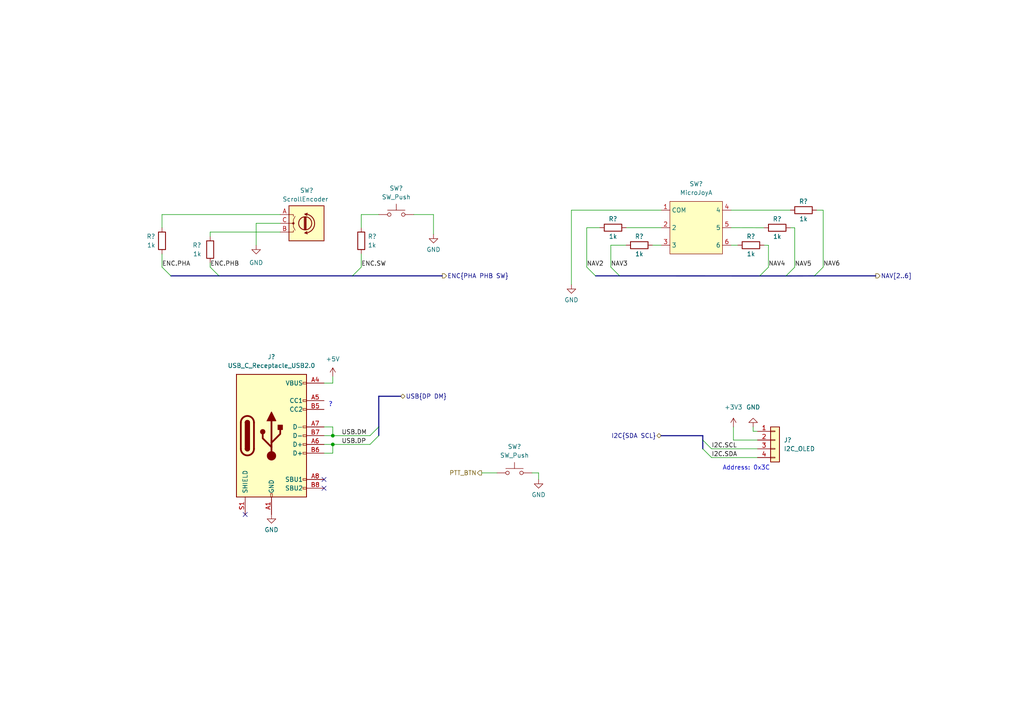
<source format=kicad_sch>
(kicad_sch (version 20211123) (generator eeschema)
  (paper "A4")
  (lib_symbols
    (symbol "Connector:USB_C_Receptacle_USB2.0" (pin_names (offset 1.016))
      (property "Reference" "J" (at -10.16 19.05 0))
      (property "Value" "USB_C_Receptacle_USB2.0" (at 19.05 19.05 0))
      (symbol "USB_C_Receptacle_USB2.0_0_0"
        (rectangle (start -0.254 -17.78) (end 0.254 -16.764))
        (rectangle (start 10.16 -14.986) (end 9.144 -15.494))
        (rectangle (start 10.16 -12.446) (end 9.144 -12.954))
        (rectangle (start 10.16 -4.826) (end 9.144 -5.334))
        (rectangle (start 10.16 -2.286) (end 9.144 -2.794))
        (rectangle (start 10.16 0.254) (end 9.144 -0.254))
        (rectangle (start 10.16 2.794) (end 9.144 2.286))
        (rectangle (start 10.16 7.874) (end 9.144 7.366))
        (rectangle (start 10.16 10.414) (end 9.144 9.906))
        (rectangle (start 10.16 15.494) (end 9.144 14.986))
      )
      (symbol "USB_C_Receptacle_USB2.0_0_1"
        (rectangle (start -10.16 17.78) (end 10.16 -17.78) (stroke (width 0.254)) (fill (type background)))
        (arc (start -8.89 -3.81) (mid -6.985 -5.715) (end -5.08 -3.81) (stroke (width 0.508)))
        (arc (start -7.62 -3.81) (mid -6.985 -4.445) (end -6.35 -3.81) (stroke (width 0.254)))
        (arc (start -7.62 -3.81) (mid -6.985 -4.445) (end -6.35 -3.81) (stroke (width 0.254)) (fill (type outline)))
        (rectangle (start -7.62 -3.81) (end -6.35 3.81) (stroke (width 0.254)) (fill (type outline)))
        (arc (start -6.35 3.81) (mid -6.985 4.445) (end -7.62 3.81) (stroke (width 0.254)))
        (arc (start -6.35 3.81) (mid -6.985 4.445) (end -7.62 3.81) (stroke (width 0.254)) (fill (type outline)))
        (arc (start -5.08 3.81) (mid -6.985 5.715) (end -8.89 3.81) (stroke (width 0.508)))
        (circle (center -2.54 1.143) (radius 0.635) (stroke (width 0.254)) (fill (type outline)))
        (circle (center 0 -5.842) (radius 1.27) (fill (type outline)))
        (polyline (pts (xy -8.89 -3.81) (xy -8.89 3.81)) (stroke (width 0.508)))
        (polyline (pts (xy -5.08 3.81) (xy -5.08 -3.81)) (stroke (width 0.508)))
        (polyline (pts (xy 0 -5.842) (xy 0 4.318)) (stroke (width 0.508)))
        (polyline (pts (xy 0 -3.302) (xy -2.54 -0.762) (xy -2.54 0.508)) (stroke (width 0.508)))
        (polyline (pts (xy 0 -2.032) (xy 2.54 0.508) (xy 2.54 1.778)) (stroke (width 0.508)))
        (polyline (pts (xy -1.27 4.318) (xy 0 6.858) (xy 1.27 4.318) (xy -1.27 4.318)) (stroke (width 0.254)) (fill (type outline)))
        (rectangle (start 1.905 1.778) (end 3.175 3.048) (stroke (width 0.254)) (fill (type outline)))
      )
      (symbol "USB_C_Receptacle_USB2.0_1_1"
        (pin passive line (at 0 -22.86 90) (length 5.08) (name "GND") (number "A1"))
        (pin passive line (at 0 -22.86 90) (length 5.08) hide (name "GND") (number "A12"))
        (pin passive line (at 15.24 15.24 180) (length 5.08) (name "VBUS") (number "A4"))
        (pin bidirectional line (at 15.24 10.16 180) (length 5.08) (name "CC1") (number "A5"))
        (pin bidirectional line (at 15.24 -2.54 180) (length 5.08) (name "D+") (number "A6"))
        (pin bidirectional line (at 15.24 2.54 180) (length 5.08) (name "D-") (number "A7"))
        (pin bidirectional line (at 15.24 -12.7 180) (length 5.08) (name "SBU1") (number "A8"))
        (pin passive line (at 15.24 15.24 180) (length 5.08) hide (name "VBUS") (number "A9"))
        (pin passive line (at 0 -22.86 90) (length 5.08) hide (name "GND") (number "B1"))
        (pin passive line (at 0 -22.86 90) (length 5.08) hide (name "GND") (number "B12"))
        (pin passive line (at 15.24 15.24 180) (length 5.08) hide (name "VBUS") (number "B4"))
        (pin bidirectional line (at 15.24 7.62 180) (length 5.08) (name "CC2") (number "B5"))
        (pin bidirectional line (at 15.24 -5.08 180) (length 5.08) (name "D+") (number "B6"))
        (pin bidirectional line (at 15.24 0 180) (length 5.08) (name "D-") (number "B7"))
        (pin bidirectional line (at 15.24 -15.24 180) (length 5.08) (name "SBU2") (number "B8"))
        (pin passive line (at 15.24 15.24 180) (length 5.08) hide (name "VBUS") (number "B9"))
        (pin passive line (at -7.62 -22.86 90) (length 5.08) (name "SHIELD") (number "S1"))
      )
    )
    (symbol "Connector_Generic:Conn_01x04" (pin_names (offset 1.016) hide)
      (property "Reference" "J" (at 0 5.08 0))
      (property "Value" "Conn_01x04" (at 0 -7.62 0))
      (symbol "Conn_01x04_1_1"
        (rectangle (start -1.27 -4.953) (end 0 -5.207) (stroke (width 0.1524)))
        (rectangle (start -1.27 -2.413) (end 0 -2.667) (stroke (width 0.1524)))
        (rectangle (start -1.27 0.127) (end 0 -0.127) (stroke (width 0.1524)))
        (rectangle (start -1.27 2.667) (end 0 2.413) (stroke (width 0.1524)))
        (rectangle (start -1.27 3.81) (end 1.27 -6.35) (stroke (width 0.254)) (fill (type background)))
        (pin passive line (at -5.08 2.54 0) (length 3.81) (name "Pin_1") (number "1"))
        (pin passive line (at -5.08 0 0) (length 3.81) (name "Pin_2") (number "2"))
        (pin passive line (at -5.08 -2.54 0) (length 3.81) (name "Pin_3") (number "3"))
        (pin passive line (at -5.08 -5.08 0) (length 3.81) (name "Pin_4") (number "4"))
      )
    )
    (symbol "Device:R" (pin_numbers hide) (pin_names (offset 0))
      (property "Reference" "R" (at 2.032 0 90))
      (property "Value" "R" (at 0 0 90))
      (symbol "R_0_1"
        (rectangle (start -1.016 -2.54) (end 1.016 2.54) (stroke (width 0.254)))
      )
      (symbol "R_1_1"
        (pin passive line (at 0 3.81 270) (length 1.27) (name "~") (number "1"))
        (pin passive line (at 0 -3.81 90) (length 1.27) (name "~") (number "2"))
      )
    )
    (symbol "Device:RotaryEncoder" (pin_names (offset 0.254) hide)
      (property "Reference" "SW" (at 0 6.604 0))
      (property "Value" "RotaryEncoder" (at 0 -6.604 0))
      (symbol "RotaryEncoder_0_1"
        (rectangle (start -5.08 5.08) (end 5.08 -5.08) (stroke (width 0.254)) (fill (type background)))
        (circle (center -3.81 0) (radius 0.254) (fill (type outline)))
        (arc (start -0.381 -2.794) (mid 2.3622 -0.0635) (end -0.381 2.667) (stroke (width 0.254)))
        (circle (center -0.381 0) (radius 1.905) (stroke (width 0.254)))
        (polyline (pts (xy -0.635 -1.778) (xy -0.635 1.778)) (stroke (width 0.254)))
        (polyline (pts (xy -0.381 -1.778) (xy -0.381 1.778)) (stroke (width 0.254)))
        (polyline (pts (xy -0.127 1.778) (xy -0.127 -1.778)) (stroke (width 0.254)))
        (polyline (pts (xy -5.08 -2.54) (xy -3.81 -2.54) (xy -3.81 -2.032)))
        (polyline (pts (xy -5.08 2.54) (xy -3.81 2.54) (xy -3.81 2.032)))
        (polyline (pts (xy 0.254 -3.048) (xy -0.508 -2.794) (xy 0.127 -2.413)) (stroke (width 0.254)))
        (polyline (pts (xy 0.254 2.921) (xy -0.508 2.667) (xy 0.127 2.286)) (stroke (width 0.254)))
        (polyline (pts (xy -5.08 0) (xy -3.81 0) (xy -3.81 -1.016) (xy -3.302 -2.032)))
        (polyline (pts (xy -4.318 0) (xy -3.81 0) (xy -3.81 1.016) (xy -3.302 2.032)))
      )
      (symbol "RotaryEncoder_1_1"
        (pin passive line (at -7.62 2.54 0) (length 2.54) (name "A") (number "A"))
        (pin passive line (at -7.62 -2.54 0) (length 2.54) (name "B") (number "B"))
        (pin passive line (at -7.62 0 0) (length 2.54) (name "C") (number "C"))
      )
    )
    (symbol "MicroJoyA:MicroJoyA"
      (property "Reference" "SW" (at 0 -11.43 0))
      (property "Value" "MicroJoyA" (at 0 -11.43 0))
      (symbol "MicroJoyA_0_1"
        (rectangle (start -7.62 7.62) (end 7.62 -7.62) (fill (type background)))
        (pin passive line (at -10.16 5.08 0) (length 2.54) (name "COM") (number "1"))
        (pin passive line (at -10.16 0 0) (length 2.54) (name "2") (number "2"))
        (pin passive line (at -10.16 -5.08 0) (length 2.54) (name "3") (number "3"))
        (pin passive line (at 10.16 5.08 180) (length 2.54) (name "4") (number "4"))
        (pin passive line (at 10.16 0 180) (length 2.54) (name "5") (number "5"))
        (pin passive line (at 10.16 -5.08 180) (length 2.54) (name "6") (number "6"))
      )
    )
    (symbol "Switch:SW_Push" (pin_numbers hide) (pin_names (offset 1.016) hide)
      (property "Reference" "SW" (at 1.27 2.54 0))
      (property "Value" "SW_Push" (at 0 -1.524 0))
      (symbol "SW_Push_0_1"
        (circle (center -2.032 0) (radius 0.508))
        (polyline (pts (xy 0 1.27) (xy 0 3.048)))
        (polyline (pts (xy 2.54 1.27) (xy -2.54 1.27)))
        (circle (center 2.032 0) (radius 0.508))
        (pin passive line (at -5.08 0 0) (length 2.54) (name "1") (number "1"))
        (pin passive line (at 5.08 0 180) (length 2.54) (name "2") (number "2"))
      )
    )
    (symbol "power:+3V3" (power) (pin_names (offset 0))
      (property "Value" "+3V3" (at 0 3.556 0))
      (symbol "+3V3_0_1"
        (polyline (pts (xy -0.762 1.27) (xy 0 2.54)))
        (polyline (pts (xy 0 0) (xy 0 2.54)))
        (polyline (pts (xy 0 2.54) (xy 0.762 1.27)))
      )
      (symbol "+3V3_1_1"
        (pin power_in line (at 0 0 90) (length 0) hide (name "+3V3") (number "1"))
      )
    )
    (symbol "power:+5V" (power) (pin_names (offset 0))
      (property "Value" "+5V" (at 0 3.556 0))
      (symbol "+5V_0_1"
        (polyline (pts (xy -0.762 1.27) (xy 0 2.54)))
        (polyline (pts (xy 0 0) (xy 0 2.54)))
        (polyline (pts (xy 0 2.54) (xy 0.762 1.27)))
      )
      (symbol "+5V_1_1"
        (pin power_in line (at 0 0 90) (length 0) hide (name "+5V") (number "1"))
      )
    )
    (symbol "power:GND" (power) (pin_names (offset 0))
      (property "Value" "GND" (at 0 -3.81 0))
      (symbol "GND_0_1"
        (polyline (pts (xy 0 0) (xy 0 -1.27) (xy 1.27 -1.27) (xy 0 -2.54) (xy -1.27 -1.27) (xy 0 -1.27)))
      )
      (symbol "GND_1_1"
        (pin power_in line (at 0 0 270) (length 0) hide (name "GND") (number "1"))
      )
    )
  )
  (junction (at 96.52 126.365))
  (junction (at 96.52 128.905))
  (no_connect (at 93.98 139.065))
  (no_connect (at 93.98 141.605))
  (no_connect (at 71.12 149.225))
  (bus_entry (at 172.72 80.01) (size -2.54 -2.54))
  (bus_entry (at 49.53 80.01) (size -2.54 -2.54))
  (bus_entry (at 203.835 130.175) (size 2.54 2.54))
  (bus_entry (at 203.835 127.635) (size 2.54 2.54))
  (bus_entry (at 63.5 80.01) (size -2.54 -2.54))
  (bus_entry (at 179.705 80.01) (size -2.54 -2.54))
  (bus_entry (at 102.235 80.01) (size 2.54 -2.54))
  (bus_entry (at 220.345 80.0344) (size 2.54 -2.54))
  (bus_entry (at 227.965 80.0344) (size 2.54 -2.54))
  (bus_entry (at 109.855 126.365) (size -2.54 2.54))
  (bus_entry (at 236.22 80.01) (size 2.54 -2.54))
  (bus_entry (at 109.855 123.825) (size -2.54 2.54))
  (wire (pts (xy 81.28 62.23) (xy 46.99 62.23)))
  (wire (pts (xy 60.96 68.58) (xy 60.96 67.31)))
  (wire (pts (xy 104.775 62.23) (xy 104.775 66.04)))
  (wire (pts (xy 93.98 123.825) (xy 96.52 123.825)))
  (wire (pts (xy 46.99 73.66) (xy 46.99 77.47)))
  (bus (pts (xy 220.345 80.0344) (xy 227.965 80.0344)))
  (wire (pts (xy 212.09 60.96) (xy 229.235 60.96)))
  (wire (pts (xy 170.18 66.04) (xy 173.99 66.04)))
  (wire (pts (xy 154.305 137.16) (xy 156.21 137.16)))
  (wire (pts (xy 230.505 66.0644) (xy 229.235 66.0644)))
  (bus (pts (xy 236.22 80.01) (xy 254 80.01)))
  (wire (pts (xy 177.165 71.12) (xy 181.61 71.12)))
  (bus (pts (xy 227.965 80.0344) (xy 236.22 80.01)))
  (wire (pts (xy 104.775 77.47) (xy 104.775 73.66)))
  (bus (pts (xy 203.835 127.635) (xy 203.835 130.175)))
  (wire (pts (xy 120.015 62.23) (xy 125.73 62.23)))
  (bus (pts (xy 203.835 126.365) (xy 191.77 126.365)))
  (wire (pts (xy 206.375 132.715) (xy 219.71 132.715)))
  (wire (pts (xy 238.76 77.47) (xy 238.76 60.96)))
  (wire (pts (xy 212.725 127.635) (xy 219.71 127.635)))
  (wire (pts (xy 238.76 60.96) (xy 236.855 60.96)))
  (wire (pts (xy 96.52 111.125) (xy 96.52 109.22)))
  (wire (pts (xy 96.52 128.905) (xy 107.315 128.905)))
  (wire (pts (xy 213.995 71.12) (xy 212.09 71.12)))
  (wire (pts (xy 222.885 71.1444) (xy 222.885 77.4944)))
  (wire (pts (xy 165.735 82.55) (xy 165.735 60.96)))
  (wire (pts (xy 96.52 123.825) (xy 96.52 126.365)))
  (bus (pts (xy 109.855 123.825) (xy 109.855 126.365)))
  (wire (pts (xy 60.96 67.31) (xy 81.28 67.31)))
  (wire (pts (xy 212.09 66.04) (xy 221.615 66.0644)))
  (bus (pts (xy 102.235 80.01) (xy 128.27 80.01)))
  (wire (pts (xy 93.98 131.445) (xy 96.52 131.445)))
  (bus (pts (xy 49.53 80.01) (xy 63.5 80.01)))
  (bus (pts (xy 203.835 126.365) (xy 203.835 127.635)))
  (bus (pts (xy 179.705 80.01) (xy 172.72 80.01)))
  (bus (pts (xy 179.705 80.01) (xy 220.345 80.0344)))
  (wire (pts (xy 218.44 125.095) (xy 219.71 125.095)))
  (wire (pts (xy 93.98 126.365) (xy 96.52 126.365)))
  (wire (pts (xy 93.98 128.905) (xy 96.52 128.905)))
  (wire (pts (xy 139.7 137.16) (xy 144.145 137.16)))
  (wire (pts (xy 177.165 71.12) (xy 177.165 77.47)))
  (wire (pts (xy 93.98 111.125) (xy 96.52 111.125)))
  (wire (pts (xy 189.23 71.12) (xy 191.77 71.12)))
  (wire (pts (xy 230.505 77.4944) (xy 230.505 66.0644)))
  (wire (pts (xy 170.18 66.04) (xy 170.18 77.47)))
  (bus (pts (xy 109.855 114.935) (xy 109.855 123.825)))
  (wire (pts (xy 96.52 126.365) (xy 107.315 126.365)))
  (wire (pts (xy 46.99 66.04) (xy 46.99 62.23)))
  (wire (pts (xy 96.52 131.445) (xy 96.52 128.905)))
  (wire (pts (xy 104.775 62.23) (xy 109.855 62.23)))
  (wire (pts (xy 218.44 123.825) (xy 218.44 125.095)))
  (wire (pts (xy 222.885 71.1444) (xy 221.615 71.12)))
  (wire (pts (xy 212.725 123.825) (xy 212.725 127.635)))
  (wire (pts (xy 125.73 62.23) (xy 125.73 67.945)))
  (wire (pts (xy 74.295 64.77) (xy 74.295 71.12)))
  (wire (pts (xy 60.96 77.47) (xy 60.96 76.2)))
  (bus (pts (xy 63.5 80.01) (xy 102.235 80.01)))
  (bus (pts (xy 116.205 114.935) (xy 109.855 114.935)))
  (wire (pts (xy 81.28 64.77) (xy 74.295 64.77)))
  (wire (pts (xy 206.375 130.175) (xy 219.71 130.175)))
  (wire (pts (xy 191.77 66.04) (xy 181.61 66.04)))
  (wire (pts (xy 165.735 60.96) (xy 191.77 60.96)))
  (wire (pts (xy 156.21 137.16) (xy 156.21 139.065)))
  (text "Address: 0x3C" (at 209.55 136.525 0) (effects (font (size 1.27 1.27)) (justify left bottom)))
  (text "?\n" (at 95.25 118.11 0) (effects (font (size 1.27 1.27)) (justify left bottom)))
  (label "NAV4" (at 222.885 77.47 0))
  (label "NAV2" (at 170.18 77.47 0))
  (label "USB.DP" (at 99.06 128.905 0))
  (label "USB.DM" (at 99.06 126.365 0))
  (label "ENC.PHB" (at 60.96 77.47 0))
  (label "NAV6" (at 238.76 77.4456 0))
  (label "ENC.PHA" (at 46.99 77.47 0))
  (label "NAV5" (at 230.505 77.4944 0))
  (label "I2C.SCL" (at 206.375 130.175 0))
  (label "I2C.SDA" (at 206.375 132.715 0))
  (label "ENC.SW" (at 104.775 77.47 0))
  (label "NAV3" (at 177.165 77.47 0))
  (hierarchical_label "ENC{PHA PHB SW}" (shape output) (at 128.27 80.01 0))
  (hierarchical_label "I2C{SDA SCL}" (shape bidirectional) (at 191.77 126.365 180))
  (hierarchical_label "USB{DP DM}" (shape bidirectional) (at 116.205 114.935 0))
  (hierarchical_label "NAV[2..6]" (shape output) (at 254 80.01 0))
  (hierarchical_label "PTT_BTN" (shape output) (at 139.7 137.16 180))
  (symbol (lib_id "power:GND") (at 165.735 82.55 0) (unit 1)
    (property "Reference" "#PWR?" (effects hide))
    (property "Value" "GND" (at 165.735 86.995 0))
  )
  (symbol (lib_id "power:GND") (at 156.21 139.065 0) (unit 1)
    (property "Reference" "#PWR?" (effects hide))
    (property "Value" "GND" (at 156.21 143.51 0))
  )
  (symbol (lib_id "Device:R") (at 217.805 71.12 270) (unit 1)
    (property "Reference" "R?" (at 217.805 68.58 90))
    (property "Value" "1k" (at 217.805 73.66 90))
  )
  (symbol (lib_id "power:GND") (at 78.74 149.225 0) (unit 1)
    (property "Reference" "#PWR0120" (effects hide))
    (property "Value" "GND" (at 78.74 153.67 0))
  )
  (symbol (lib_id "power:GND") (at 74.295 71.12 0) (unit 1)
    (property "Reference" "#PWR0115" (effects hide))
    (property "Value" "GND" (at 74.295 76.2 0))
  )
  (symbol (lib_id "power:+5V") (at 96.52 109.22 0) (unit 1)
    (property "Reference" "#PWR0121" (effects hide))
    (property "Value" "+5V" (at 96.52 104.14 0))
  )
  (symbol (lib_id "Device:R") (at 46.99 69.85 0) (mirror x) (unit 1)
    (property "Reference" "R?" (at 45.085 68.5799 0) (effects (justify right)))
    (property "Value" "1k" (at 45.085 71.1199 0) (effects (justify right)))
  )
  (symbol (lib_id "power:+3V3") (at 212.725 123.825 0) (unit 1)
    (property "Reference" "#PWR0118" (effects hide))
    (property "Value" "+3V3" (at 212.725 118.11 0))
  )
  (symbol (lib_id "Device:R") (at 233.045 60.96 270) (unit 1)
    (property "Reference" "R?" (at 233.045 58.42 90))
    (property "Value" "1k" (at 233.045 63.5 90))
  )
  (symbol (lib_id "Switch:SW_Push") (at 149.225 137.16 0) (unit 1)
    (property "Reference" "SW?" (at 149.225 129.54 0))
    (property "Value" "SW_Push" (at 149.225 132.08 0))
  )
  (symbol (lib_id "Connector_Generic:Conn_01x04") (at 224.79 127.635 0) (unit 1)
    (property "Reference" "J?" (at 227.33 127.6349 0) (effects (justify left)))
    (property "Value" "I2C_OLED" (at 227.33 130.1749 0) (effects (justify left)))
  )
  (symbol (lib_id "Device:R") (at 185.42 71.12 270) (unit 1)
    (property "Reference" "R?" (at 185.42 68.58 90))
    (property "Value" "1k" (at 185.42 73.66 90))
  )
  (symbol (lib_id "Connector:USB_C_Receptacle_USB2.0") (at 78.74 126.365 0) (unit 1)
    (property "Reference" "J?" (at 78.74 103.505 0))
    (property "Value" "USB_C_Receptacle_USB2.0" (at 78.74 106.045 0))
    (property "Datasheet" "https://www.usb.org/sites/default/files/documents/usb_type-c.zip" (effects hide))
  )
  (symbol (lib_id "Device:R") (at 104.775 69.85 0) (unit 1)
    (property "Reference" "R?" (at 106.68 68.5799 0) (effects (justify left)))
    (property "Value" "1k" (at 106.68 71.1199 0) (effects (justify left)))
  )
  (symbol (lib_id "power:GND") (at 125.73 67.945 0) (unit 1)
    (property "Reference" "#PWR?" (effects hide))
    (property "Value" "GND" (at 125.73 72.39 0))
  )
  (symbol (lib_id "MicroJoyA:MicroJoyA") (at 201.93 66.04 0) (unit 1)
    (property "Reference" "SW?" (at 201.93 53.34 0))
    (property "Value" "MicroJoyA" (at 201.93 55.88 0))
  )
  (symbol (lib_id "power:GND") (at 218.44 123.825 180) (unit 1)
    (property "Reference" "#PWR0119" (effects hide))
    (property "Value" "GND" (at 218.44 118.11 0))
  )
  (symbol (lib_id "Device:RotaryEncoder") (at 88.9 64.77 0) (unit 1)
    (property "Reference" "SW?" (at 86.995 55.245 0) (effects (justify left)))
    (property "Value" "ScrollEncoder" (at 81.915 57.785 0) (effects (justify left)))
  )
  (symbol (lib_id "Device:R") (at 177.8 66.04 270) (unit 1)
    (property "Reference" "R?" (at 177.8 63.5 90))
    (property "Value" "1k" (at 177.8 68.58 90))
  )
  (symbol (lib_id "Device:R") (at 225.425 66.0644 270) (unit 1)
    (property "Reference" "R?" (at 225.425 63.5244 90))
    (property "Value" "1k" (at 225.425 68.6044 90))
  )
  (symbol (lib_id "Device:R") (at 60.96 72.39 0) (mirror x) (unit 1)
    (property "Reference" "R?" (at 58.42 71.1199 0) (effects (justify right)))
    (property "Value" "1k" (at 58.42 73.6599 0) (effects (justify right)))
  )
  (symbol (lib_id "Switch:SW_Push") (at 114.935 62.23 0) (unit 1)
    (property "Reference" "SW?" (at 114.935 54.61 0))
    (property "Value" "SW_Push" (at 114.935 57.15 0))
  )
)
</source>
